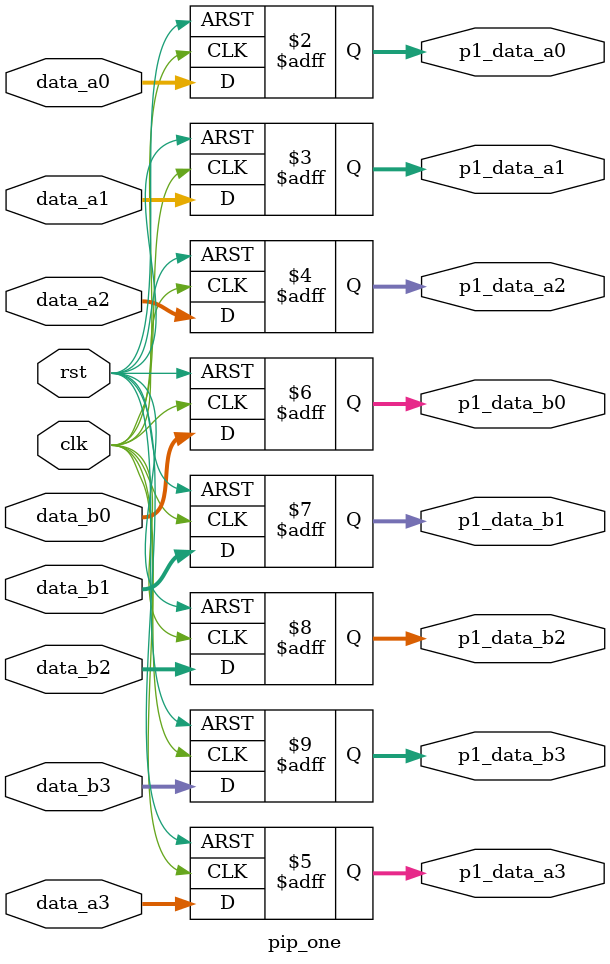
<source format=v>
module pip_one (clk, rst, data_a0, data_a1, data_a2, data_a3, data_b0, data_b1, data_b2, data_b3,
                 p1_data_a0, p1_data_a1, p1_data_a2, p1_data_a3, p1_data_b0, p1_data_b1, p1_data_b2, p1_data_b3);

    input clk, rst;
    input [31:0] data_a0, data_a1, data_a2, data_a3, data_b0, data_b1, data_b2, data_b3;
    output reg [31:0] p1_data_a0, p1_data_a1, p1_data_a2, p1_data_a3, p1_data_b0, p1_data_b1, p1_data_b2, p1_data_b3;


    always @(posedge clk , posedge rst) begin
        if(rst) begin
            p1_data_a0 <= {32{1'b0}};
            p1_data_a1 <= {32{1'b0}};
            p1_data_a2 <= {32{1'b0}};
            p1_data_a3 <= {32{1'b0}};
            p1_data_b0 <= {32{1'b0}};
            p1_data_b1 <= {32{1'b0}};
            p1_data_b2 <= {32{1'b0}};
            p1_data_b3 <= {32{1'b0}};
        end
        else begin
            p1_data_a0 <= data_a0;
            p1_data_a1 <= data_a1;
            p1_data_a2 <= data_a2;
            p1_data_a3 <= data_a3;
            p1_data_b0 <= data_b0;
            p1_data_b1 <= data_b1;
            p1_data_b2 <= data_b2;
            p1_data_b3 <= data_b3;
        end
    end

endmodule
</source>
